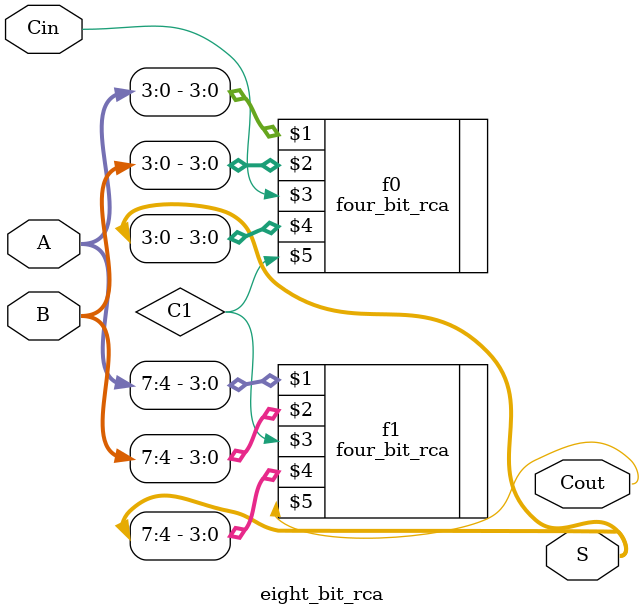
<source format=v>
`include "four_bit_rca.v"
`timescale 1ns/1ns
module eight_bit_rca(A, B, Cin, S, Cout);

input[7:0] A, B;
input Cin;
output[7:0] S;
output Cout;

wire C1;

four_bit_rca f0 (A[3:0], B[3:0], Cin, S[3:0], C1);
four_bit_rca f1 (A[7:4], B[7:4], C1, S[7:4], Cout);

endmodule

</source>
